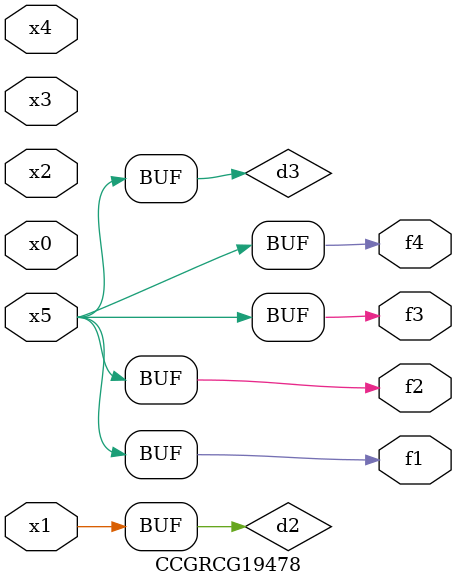
<source format=v>
module CCGRCG19478(
	input x0, x1, x2, x3, x4, x5,
	output f1, f2, f3, f4
);

	wire d1, d2, d3;

	not (d1, x5);
	or (d2, x1);
	xnor (d3, d1);
	assign f1 = d3;
	assign f2 = d3;
	assign f3 = d3;
	assign f4 = d3;
endmodule

</source>
